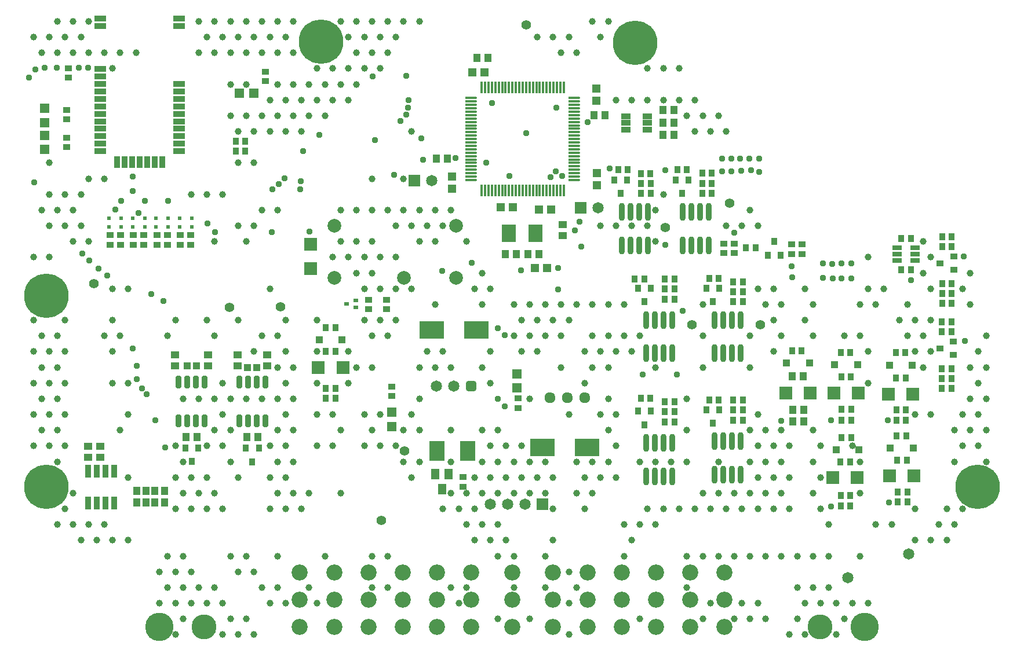
<source format=gbr>
G04*
G04 #@! TF.GenerationSoftware,Altium Limited,Altium Designer,23.2.1 (34)*
G04*
G04 Layer_Color=8388736*
%FSLAX25Y25*%
%MOIN*%
G70*
G04*
G04 #@! TF.SameCoordinates,91C23CEB-00FB-43FC-9C52-439D6A026708*
G04*
G04*
G04 #@! TF.FilePolarity,Negative*
G04*
G01*
G75*
%ADD51R,0.05324X0.05324*%
%ADD52R,0.04143X0.03750*%
%ADD53R,0.02175X0.02490*%
%ADD54R,0.03750X0.04143*%
%ADD55R,0.03750X0.04143*%
%ADD56R,0.14379X0.10443*%
%ADD57R,0.04931X0.04931*%
%ADD58O,0.01584X0.06702*%
%ADD59R,0.05324X0.05324*%
%ADD60R,0.06500X0.03400*%
%ADD61R,0.03400X0.06500*%
%ADD62R,0.09104X0.11624*%
%ADD63R,0.04537X0.06112*%
%ADD64O,0.03356X0.10443*%
%ADD65R,0.02600X0.02002*%
%ADD66O,0.06702X0.01584*%
%ADD67R,0.04143X0.04537*%
%ADD68R,0.07293X0.07214*%
%ADD69R,0.03947X0.03947*%
%ADD70R,0.07214X0.07293*%
%ADD71R,0.03947X0.04340*%
%ADD72R,0.04931X0.04931*%
%ADD73R,0.04537X0.04143*%
%ADD74R,0.03435X0.07608*%
%ADD75R,0.05324X0.03356*%
%ADD76R,0.08474X0.10049*%
G04:AMPARAMS|DCode=77|XSize=31.59mil|YSize=70.96mil|CornerRadius=4.92mil|HoleSize=0mil|Usage=FLASHONLY|Rotation=0.000|XOffset=0mil|YOffset=0mil|HoleType=Round|Shape=RoundedRectangle|*
%AMROUNDEDRECTD77*
21,1,0.03159,0.06112,0,0,0.0*
21,1,0.02175,0.07096,0,0,0.0*
1,1,0.00984,0.01088,-0.03056*
1,1,0.00984,-0.01088,-0.03056*
1,1,0.00984,-0.01088,0.03056*
1,1,0.00984,0.01088,0.03056*
%
%ADD77ROUNDEDRECTD77*%
%ADD78R,0.05403X0.03041*%
%ADD79R,0.04143X0.03750*%
%ADD80R,0.06506X0.06506*%
%ADD81C,0.06506*%
G04:AMPARAMS|DCode=82|XSize=61.12mil|YSize=61.12mil|CornerRadius=16.78mil|HoleSize=0mil|Usage=FLASHONLY|Rotation=180.000|XOffset=0mil|YOffset=0mil|HoleType=Round|Shape=RoundedRectangle|*
%AMROUNDEDRECTD82*
21,1,0.06112,0.02756,0,0,180.0*
21,1,0.02756,0.06112,0,0,180.0*
1,1,0.03356,-0.01378,0.01378*
1,1,0.03356,0.01378,0.01378*
1,1,0.03356,0.01378,-0.01378*
1,1,0.03356,-0.01378,-0.01378*
%
%ADD82ROUNDEDRECTD82*%
%ADD83C,0.07900*%
%ADD84C,0.09261*%
%ADD85C,0.03700*%
%ADD86C,0.03900*%
%ADD87C,0.05600*%
%ADD88C,0.25600*%
%ADD89C,0.16348*%
%ADD90C,0.14379*%
G36*
X632000Y386873D02*
X632809Y386980D01*
X633563Y387292D01*
X634211Y387789D01*
X634708Y388437D01*
X635020Y389191D01*
X635127Y390000D01*
X635020Y390809D01*
X634708Y391563D01*
X634211Y392211D01*
X633563Y392708D01*
X632809Y393020D01*
X632000Y393127D01*
D01*
X631191Y393020D01*
X630437Y392708D01*
X629789Y392211D01*
X629292Y391563D01*
X628980Y390809D01*
X628873Y390000D01*
X628980Y389191D01*
X629292Y388437D01*
X629789Y387789D01*
X630437Y387292D01*
X631191Y386980D01*
X632000Y386873D01*
D01*
D02*
G37*
G36*
X642000D02*
X642809Y386980D01*
X643563Y387292D01*
X644211Y387789D01*
X644708Y388437D01*
X645020Y389191D01*
X645127Y390000D01*
X645020Y390809D01*
X644708Y391563D01*
X644211Y392211D01*
X643563Y392708D01*
X642809Y393020D01*
X642000Y393127D01*
D01*
X641191Y393020D01*
X640437Y392708D01*
X639789Y392211D01*
X639292Y391563D01*
X638980Y390809D01*
X638873Y390000D01*
X638980Y389191D01*
X639292Y388437D01*
X639789Y387789D01*
X640437Y387292D01*
X641191Y386980D01*
X642000Y386873D01*
D01*
D02*
G37*
G36*
X652000D02*
X652809Y386980D01*
X653563Y387292D01*
X654211Y387789D01*
X654708Y388437D01*
X655020Y389191D01*
X655127Y390000D01*
X655020Y390809D01*
X654708Y391563D01*
X654211Y392211D01*
X653563Y392708D01*
X652809Y393020D01*
X652000Y393127D01*
D01*
X651191Y393020D01*
X650437Y392708D01*
X649789Y392211D01*
X649292Y391563D01*
X648980Y390809D01*
X648873Y390000D01*
X648980Y389191D01*
X649292Y388437D01*
X649789Y387789D01*
X650437Y387292D01*
X651191Y386980D01*
X652000Y386873D01*
D01*
D02*
G37*
D51*
X341385Y556634D02*
D03*
Y548366D02*
D03*
X612992Y403855D02*
D03*
Y395588D02*
D03*
X341500Y541134D02*
D03*
Y532866D02*
D03*
X541142Y381755D02*
D03*
Y373487D02*
D03*
D52*
X398500Y483658D02*
D03*
Y478146D02*
D03*
X392500Y483658D02*
D03*
Y478146D02*
D03*
X379000Y483658D02*
D03*
Y478146D02*
D03*
X385000Y483658D02*
D03*
Y478146D02*
D03*
X777000Y478256D02*
D03*
Y472744D02*
D03*
X738000Y473244D02*
D03*
Y478756D02*
D03*
X732000Y478756D02*
D03*
Y473244D02*
D03*
X771000Y478256D02*
D03*
Y472744D02*
D03*
X354000Y555756D02*
D03*
Y550244D02*
D03*
X613796Y389567D02*
D03*
Y384055D02*
D03*
X406000Y478146D02*
D03*
Y483658D02*
D03*
X412000Y478146D02*
D03*
Y483658D02*
D03*
X425500Y478146D02*
D03*
Y483658D02*
D03*
X419500Y478146D02*
D03*
Y483658D02*
D03*
X354000Y539756D02*
D03*
Y534244D02*
D03*
X355000Y579756D02*
D03*
Y574244D02*
D03*
X468500Y577756D02*
D03*
Y572244D02*
D03*
X582103Y338779D02*
D03*
Y344291D02*
D03*
X541142Y396457D02*
D03*
Y390945D02*
D03*
X538189Y446457D02*
D03*
Y440945D02*
D03*
X527559Y446457D02*
D03*
Y440945D02*
D03*
D53*
X392000Y488303D02*
D03*
Y493500D02*
D03*
X399000D02*
D03*
Y488303D02*
D03*
X419000D02*
D03*
Y493500D02*
D03*
X378500Y488303D02*
D03*
Y493500D02*
D03*
X385500D02*
D03*
Y488303D02*
D03*
X405500D02*
D03*
Y493500D02*
D03*
X412500Y488303D02*
D03*
Y493500D02*
D03*
X426000Y488303D02*
D03*
Y493500D02*
D03*
D54*
X761000Y479937D02*
D03*
X764740Y472063D02*
D03*
X757260D02*
D03*
X676353Y515500D02*
D03*
X668873D02*
D03*
X672613Y507626D02*
D03*
X711740Y515437D02*
D03*
X704260D02*
D03*
X708000Y507563D02*
D03*
X422227Y361170D02*
D03*
X429708D02*
D03*
X457103Y361007D02*
D03*
X464584D02*
D03*
X425968Y353296D02*
D03*
X460844Y353133D02*
D03*
X686401Y445194D02*
D03*
X682660Y453068D02*
D03*
X690141D02*
D03*
X686401Y374328D02*
D03*
X682660Y382202D02*
D03*
X690141D02*
D03*
X725771Y375312D02*
D03*
X722030Y383186D02*
D03*
X729511D02*
D03*
X725771Y445194D02*
D03*
X722030Y453068D02*
D03*
X729511D02*
D03*
D55*
X750256Y476500D02*
D03*
X744744D02*
D03*
X456756Y537725D02*
D03*
X451244D02*
D03*
X684244Y519000D02*
D03*
X689756D02*
D03*
X689883Y513275D02*
D03*
X684371D02*
D03*
X689883Y507549D02*
D03*
X684371D02*
D03*
X710756Y521500D02*
D03*
X705244D02*
D03*
X719631Y519500D02*
D03*
X725143D02*
D03*
Y513500D02*
D03*
X719631D02*
D03*
X725143Y507595D02*
D03*
X719631D02*
D03*
X676756Y521500D02*
D03*
X671244D02*
D03*
X680709Y458268D02*
D03*
X686221D02*
D03*
X503150Y389617D02*
D03*
X508661D02*
D03*
Y416584D02*
D03*
X503150D02*
D03*
X508661Y395523D02*
D03*
X503150D02*
D03*
X508661Y430397D02*
D03*
X503150D02*
D03*
X836417Y415945D02*
D03*
X830906D02*
D03*
X836614Y401378D02*
D03*
X831102D02*
D03*
X836811Y382874D02*
D03*
X831299D02*
D03*
X836811Y376969D02*
D03*
X831299D02*
D03*
X837008Y368110D02*
D03*
X831496D02*
D03*
X831693Y354134D02*
D03*
X837205D02*
D03*
X804724Y416142D02*
D03*
X799213D02*
D03*
X805118Y401968D02*
D03*
X799606D02*
D03*
X805315Y383268D02*
D03*
X799803D02*
D03*
X805315Y376969D02*
D03*
X799803D02*
D03*
X805315Y367126D02*
D03*
X799803D02*
D03*
X804527Y353150D02*
D03*
X799016D02*
D03*
X776772Y417011D02*
D03*
X771260D02*
D03*
X837598Y335827D02*
D03*
X832087D02*
D03*
X837598Y329921D02*
D03*
X832087D02*
D03*
X804724Y333661D02*
D03*
X799213D02*
D03*
X804724Y327559D02*
D03*
X799213D02*
D03*
X703543Y458481D02*
D03*
X698032D02*
D03*
X698032Y452756D02*
D03*
X703543D02*
D03*
X698032Y446850D02*
D03*
X703543D02*
D03*
Y387615D02*
D03*
X698032D02*
D03*
X698032Y381890D02*
D03*
X703543D02*
D03*
X698032Y375984D02*
D03*
X703543D02*
D03*
X742913Y388599D02*
D03*
X737402D02*
D03*
X737402Y382874D02*
D03*
X742913D02*
D03*
X737402Y376969D02*
D03*
X742913D02*
D03*
Y456743D02*
D03*
X737402D02*
D03*
X737402Y451018D02*
D03*
X742913D02*
D03*
X737402Y445292D02*
D03*
X742913D02*
D03*
X839567Y481710D02*
D03*
X834055D02*
D03*
X839567Y463566D02*
D03*
X834055D02*
D03*
X857480Y395225D02*
D03*
X862992D02*
D03*
X862992Y400951D02*
D03*
X857480D02*
D03*
X857480Y406676D02*
D03*
X862992D02*
D03*
X857480Y428107D02*
D03*
X862992D02*
D03*
X857480Y433833D02*
D03*
X862992D02*
D03*
X857677Y444241D02*
D03*
X863189D02*
D03*
X863189Y449966D02*
D03*
X857677D02*
D03*
X857677Y455692D02*
D03*
X863189D02*
D03*
X857677Y477123D02*
D03*
X863189D02*
D03*
X857677Y482848D02*
D03*
X863189D02*
D03*
X456756Y532000D02*
D03*
X451244D02*
D03*
X729134Y458695D02*
D03*
X723622D02*
D03*
X729134Y388813D02*
D03*
X723622D02*
D03*
X689764Y389764D02*
D03*
X684252D02*
D03*
D56*
X653346Y361221D02*
D03*
X627756D02*
D03*
X589567Y429134D02*
D03*
X563976D02*
D03*
D57*
X659055Y519291D02*
D03*
Y512205D02*
D03*
X575787Y517520D02*
D03*
Y510433D02*
D03*
X658661Y561040D02*
D03*
Y568127D02*
D03*
D58*
X626181Y568602D02*
D03*
X624213D02*
D03*
X620276D02*
D03*
X618307D02*
D03*
X592717Y509350D02*
D03*
X594685D02*
D03*
X596654D02*
D03*
X598622D02*
D03*
X600591D02*
D03*
X602559D02*
D03*
X604528D02*
D03*
X606496D02*
D03*
X608465D02*
D03*
X610433D02*
D03*
X612402D02*
D03*
X614370D02*
D03*
X616339D02*
D03*
X618307D02*
D03*
X620276D02*
D03*
X622244D02*
D03*
X624213D02*
D03*
X626181D02*
D03*
X628150D02*
D03*
X630118D02*
D03*
X632087D02*
D03*
X634055D02*
D03*
X636024D02*
D03*
X637992D02*
D03*
X639961D02*
D03*
Y568602D02*
D03*
X637992D02*
D03*
X636024D02*
D03*
X634055D02*
D03*
X632087D02*
D03*
X630118D02*
D03*
X628150D02*
D03*
X622244D02*
D03*
X616339D02*
D03*
X614370D02*
D03*
X612402D02*
D03*
X610433D02*
D03*
X608465D02*
D03*
X606496D02*
D03*
X604528D02*
D03*
X602559D02*
D03*
X600591D02*
D03*
X598622D02*
D03*
X596654D02*
D03*
X594685D02*
D03*
X592717D02*
D03*
D59*
X453366Y565500D02*
D03*
X461634D02*
D03*
D60*
X418780Y531870D02*
D03*
Y536200D02*
D03*
X373500D02*
D03*
Y531870D02*
D03*
X418780Y544860D02*
D03*
Y540530D02*
D03*
X373500D02*
D03*
Y544860D02*
D03*
X418780Y553520D02*
D03*
Y549190D02*
D03*
X373500D02*
D03*
Y553520D02*
D03*
X418780Y562180D02*
D03*
Y557850D02*
D03*
X373500D02*
D03*
Y562180D02*
D03*
Y566510D02*
D03*
X418780D02*
D03*
X373500Y570840D02*
D03*
X418780D02*
D03*
X373500Y579500D02*
D03*
Y575170D02*
D03*
X418780Y608240D02*
D03*
Y603910D02*
D03*
X373500D02*
D03*
Y608240D02*
D03*
D61*
X409130Y525755D02*
D03*
X404800D02*
D03*
X400470D02*
D03*
X396140D02*
D03*
X391810D02*
D03*
X387480D02*
D03*
X383150D02*
D03*
D62*
X584547Y359252D02*
D03*
X567028D02*
D03*
D63*
X573622Y345866D02*
D03*
X569882Y337205D02*
D03*
X566142Y345866D02*
D03*
D64*
X673500Y477808D02*
D03*
X678500D02*
D03*
X683500D02*
D03*
X688500D02*
D03*
X673500Y497099D02*
D03*
X678500D02*
D03*
X683500D02*
D03*
X688500D02*
D03*
X708500Y477854D02*
D03*
X713500D02*
D03*
X718500D02*
D03*
X723500D02*
D03*
X708500Y497146D02*
D03*
X713500D02*
D03*
X718500D02*
D03*
X723500D02*
D03*
X702382Y434842D02*
D03*
X697382D02*
D03*
X692382D02*
D03*
X687382D02*
D03*
X702382Y415551D02*
D03*
X697382D02*
D03*
X692382D02*
D03*
X687382D02*
D03*
X702382Y363976D02*
D03*
X697382D02*
D03*
X692382D02*
D03*
X687382D02*
D03*
X702382Y344685D02*
D03*
X697382D02*
D03*
X692382D02*
D03*
X687382D02*
D03*
X741752Y364961D02*
D03*
X736752D02*
D03*
X731752D02*
D03*
X726752D02*
D03*
X741752Y345669D02*
D03*
X736752D02*
D03*
X731752D02*
D03*
X726752D02*
D03*
X741752Y434842D02*
D03*
X736752D02*
D03*
X731752D02*
D03*
X726752D02*
D03*
X741752Y415551D02*
D03*
X736752D02*
D03*
X731752D02*
D03*
X726752D02*
D03*
D65*
X520266Y442126D02*
D03*
Y446063D02*
D03*
X515167Y444095D02*
D03*
D66*
X645965Y515354D02*
D03*
Y517323D02*
D03*
Y519291D02*
D03*
Y521260D02*
D03*
Y523228D02*
D03*
Y525197D02*
D03*
Y527165D02*
D03*
Y529134D02*
D03*
Y531102D02*
D03*
Y533071D02*
D03*
Y535039D02*
D03*
Y537008D02*
D03*
Y538976D02*
D03*
Y540945D02*
D03*
Y542913D02*
D03*
Y544882D02*
D03*
Y546850D02*
D03*
Y548819D02*
D03*
Y550787D02*
D03*
Y552756D02*
D03*
Y554724D02*
D03*
Y556693D02*
D03*
Y558661D02*
D03*
Y560630D02*
D03*
Y562598D02*
D03*
X586713D02*
D03*
Y560630D02*
D03*
Y558661D02*
D03*
Y556693D02*
D03*
Y554724D02*
D03*
Y552756D02*
D03*
Y550787D02*
D03*
Y548819D02*
D03*
Y546850D02*
D03*
Y544882D02*
D03*
Y542913D02*
D03*
Y540945D02*
D03*
Y538976D02*
D03*
Y537008D02*
D03*
Y535039D02*
D03*
Y533071D02*
D03*
Y531102D02*
D03*
Y529134D02*
D03*
Y527165D02*
D03*
Y525197D02*
D03*
Y523228D02*
D03*
Y521260D02*
D03*
Y519291D02*
D03*
Y517323D02*
D03*
Y515354D02*
D03*
D67*
X566732Y527559D02*
D03*
X573032D02*
D03*
X410236Y336417D02*
D03*
Y329724D02*
D03*
X590158Y585663D02*
D03*
X596457D02*
D03*
X663583Y552756D02*
D03*
X657283D02*
D03*
X777756Y402509D02*
D03*
X771457D02*
D03*
X771654Y382874D02*
D03*
X777953D02*
D03*
X771654Y376378D02*
D03*
X777953D02*
D03*
X625591Y472835D02*
D03*
X619291D02*
D03*
X606283D02*
D03*
X612582D02*
D03*
X429117Y367486D02*
D03*
X422818D02*
D03*
X703346Y555545D02*
D03*
X697047D02*
D03*
Y548442D02*
D03*
X703346D02*
D03*
Y541339D02*
D03*
X697047D02*
D03*
X457694Y367323D02*
D03*
X463993D02*
D03*
X399606Y329724D02*
D03*
Y336417D02*
D03*
X404751Y329724D02*
D03*
Y336417D02*
D03*
X394462Y329724D02*
D03*
Y336417D02*
D03*
D68*
X512953Y407480D02*
D03*
X498858D02*
D03*
X840709Y392126D02*
D03*
X826614D02*
D03*
X841496Y344882D02*
D03*
X827402D02*
D03*
X809409Y392717D02*
D03*
X795315D02*
D03*
X808819Y343898D02*
D03*
X794724D02*
D03*
X781653Y392717D02*
D03*
X767559D02*
D03*
D69*
X499311Y423490D02*
D03*
X512500D02*
D03*
X827264Y408661D02*
D03*
X840453D02*
D03*
X827854Y361040D02*
D03*
X841043D02*
D03*
X795768Y408875D02*
D03*
X808957D02*
D03*
X796555Y360056D02*
D03*
X809744D02*
D03*
X768012Y410104D02*
D03*
X781201D02*
D03*
D70*
X494488Y464213D02*
D03*
Y478307D02*
D03*
D71*
X463501Y407514D02*
D03*
X458186D02*
D03*
X423310Y408465D02*
D03*
X428625D02*
D03*
D72*
X594291Y577379D02*
D03*
X587205D02*
D03*
X625591Y498228D02*
D03*
X632677D02*
D03*
X610827Y499803D02*
D03*
X603740D02*
D03*
X630315Y464550D02*
D03*
X623228D02*
D03*
D73*
X366339Y361946D02*
D03*
Y355647D02*
D03*
X639370Y483465D02*
D03*
Y489764D02*
D03*
X373443Y361946D02*
D03*
Y355647D02*
D03*
X435433Y414567D02*
D03*
Y408268D02*
D03*
X416502Y414567D02*
D03*
Y408268D02*
D03*
X452362D02*
D03*
Y414567D02*
D03*
X469325Y408268D02*
D03*
Y414567D02*
D03*
D74*
X381516Y347795D02*
D03*
X376516D02*
D03*
X371516D02*
D03*
X366516D02*
D03*
X381516Y329370D02*
D03*
X376516D02*
D03*
X371516D02*
D03*
X366516D02*
D03*
D75*
X675591Y548228D02*
D03*
Y544291D02*
D03*
Y552165D02*
D03*
X688189D02*
D03*
Y544291D02*
D03*
Y548228D02*
D03*
D76*
X623622Y484646D02*
D03*
X608268D02*
D03*
D77*
X418468Y376853D02*
D03*
X423467D02*
D03*
X428468D02*
D03*
X433467D02*
D03*
X418468Y399097D02*
D03*
X423467D02*
D03*
X428468D02*
D03*
X433467D02*
D03*
X468343Y398934D02*
D03*
X463343D02*
D03*
X458344D02*
D03*
X453343D02*
D03*
X468343Y376690D02*
D03*
X463343D02*
D03*
X458344D02*
D03*
X453343D02*
D03*
D78*
X842126Y476378D02*
D03*
Y472638D02*
D03*
Y468898D02*
D03*
X831811D02*
D03*
Y472638D02*
D03*
Y476378D02*
D03*
D79*
X856299Y418504D02*
D03*
X864173Y422244D02*
D03*
Y414764D02*
D03*
X856496Y467520D02*
D03*
X864370Y471260D02*
D03*
Y463779D02*
D03*
D80*
X627716Y328740D02*
D03*
X553976Y514961D02*
D03*
X649803Y499409D02*
D03*
D81*
X617717Y328740D02*
D03*
X607717D02*
D03*
X597717D02*
D03*
X576772Y396732D02*
D03*
X566772D02*
D03*
X563976Y514961D02*
D03*
X659803Y499409D02*
D03*
X838500Y300000D02*
D03*
X803500Y286500D02*
D03*
D82*
X586772Y396732D02*
D03*
D83*
X508032Y459055D02*
D03*
X548032D02*
D03*
X578031D02*
D03*
Y489055D02*
D03*
X508032D02*
D03*
D84*
X488189Y257874D02*
D03*
Y273622D02*
D03*
Y289370D02*
D03*
X507874Y257874D02*
D03*
X527559D02*
D03*
Y273622D02*
D03*
Y289370D02*
D03*
X547244Y257874D02*
D03*
Y273622D02*
D03*
Y289370D02*
D03*
X566929Y257874D02*
D03*
Y273622D02*
D03*
Y289370D02*
D03*
X586614Y257874D02*
D03*
Y273622D02*
D03*
Y289370D02*
D03*
X610236Y257874D02*
D03*
Y273622D02*
D03*
Y289370D02*
D03*
X633858Y257874D02*
D03*
Y273622D02*
D03*
Y289370D02*
D03*
X653543Y257874D02*
D03*
Y273622D02*
D03*
Y289370D02*
D03*
X673228Y257874D02*
D03*
Y273622D02*
D03*
Y289370D02*
D03*
X692913Y257874D02*
D03*
Y273622D02*
D03*
Y289370D02*
D03*
X712598Y257874D02*
D03*
Y273622D02*
D03*
Y289370D02*
D03*
X732283Y257874D02*
D03*
Y273622D02*
D03*
Y289370D02*
D03*
X507874D02*
D03*
Y273622D02*
D03*
D85*
X382000Y498500D02*
D03*
X439500Y485500D02*
D03*
X435000Y490500D02*
D03*
X395500Y496500D02*
D03*
X412500Y503500D02*
D03*
X399000D02*
D03*
X385500D02*
D03*
X335500Y514000D02*
D03*
X363000Y473000D02*
D03*
X367000Y469000D02*
D03*
X372500Y464500D02*
D03*
X377500Y460500D02*
D03*
X742074Y520815D02*
D03*
X747830Y521059D02*
D03*
X752362Y520079D02*
D03*
X738000Y485000D02*
D03*
X490000Y532000D02*
D03*
X499500Y541500D02*
D03*
X392000Y517500D02*
D03*
Y509000D02*
D03*
X476000Y513000D02*
D03*
X488734Y514766D02*
D03*
X606000Y426000D02*
D03*
X602000Y430000D02*
D03*
X550750Y561206D02*
D03*
X550500Y557000D02*
D03*
X479500Y516500D02*
D03*
X488500Y510000D02*
D03*
X549500Y553000D02*
D03*
X546000Y549500D02*
D03*
X549500Y575500D02*
D03*
X531500Y538500D02*
D03*
X558000Y539500D02*
D03*
X530000Y575000D02*
D03*
X472253Y509861D02*
D03*
X685433Y403250D02*
D03*
X705118D02*
D03*
X336000Y579000D02*
D03*
X332500Y574500D02*
D03*
X341500Y580000D02*
D03*
X348500D02*
D03*
X472185Y485296D02*
D03*
X542500Y518500D02*
D03*
X366500Y580000D02*
D03*
X361000D02*
D03*
X606000Y385000D02*
D03*
X615500Y463500D02*
D03*
X602000Y389500D02*
D03*
X650000Y477000D02*
D03*
X698500Y478000D02*
D03*
X708268Y440158D02*
D03*
X698500Y521000D02*
D03*
X646500Y486500D02*
D03*
X649000Y491500D02*
D03*
X666500Y522000D02*
D03*
X741339Y527750D02*
D03*
X746850D02*
D03*
X752362D02*
D03*
X736221D02*
D03*
X731000D02*
D03*
Y520478D02*
D03*
X736221Y520472D02*
D03*
X570079Y462992D02*
D03*
X587008Y467717D02*
D03*
X764961Y376772D02*
D03*
X653543Y548819D02*
D03*
X397244Y395276D02*
D03*
X394488Y400787D02*
D03*
X409842Y445669D02*
D03*
X392126Y418504D02*
D03*
X394488Y408268D02*
D03*
X400000Y392126D02*
D03*
X405118Y377165D02*
D03*
X410630Y361417D02*
D03*
X402559Y449803D02*
D03*
X826378Y377165D02*
D03*
X870669Y422638D02*
D03*
X559055Y527165D02*
D03*
X638976Y517717D02*
D03*
X635827Y557087D02*
D03*
X598819Y559842D02*
D03*
X595276Y525197D02*
D03*
X608661Y517717D02*
D03*
X632283Y516929D02*
D03*
X635433Y520472D02*
D03*
X618504Y542520D02*
D03*
X493696Y485822D02*
D03*
X577756Y527953D02*
D03*
X805315Y467323D02*
D03*
Y458661D02*
D03*
X799803Y467323D02*
D03*
Y458661D02*
D03*
X794488Y467126D02*
D03*
X794685Y458858D02*
D03*
X789173Y467323D02*
D03*
Y459055D02*
D03*
X636811Y452362D02*
D03*
Y464764D02*
D03*
X771063Y465748D02*
D03*
X771260Y459252D02*
D03*
X839764Y457677D02*
D03*
X826968Y329724D02*
D03*
X793701Y327362D02*
D03*
Y376969D02*
D03*
X870079Y471457D02*
D03*
D86*
X452756Y488976D02*
D03*
X810433Y298819D02*
D03*
X792323Y280709D02*
D03*
X783268Y298819D02*
D03*
X774213D02*
D03*
X882874Y425591D02*
D03*
X878347Y416536D02*
D03*
X882874Y407480D02*
D03*
X878347Y398425D02*
D03*
X882874Y389370D02*
D03*
X878347Y380315D02*
D03*
X882874Y371260D02*
D03*
X878347Y362205D02*
D03*
X882874Y353150D02*
D03*
X873819Y461811D02*
D03*
X869291Y452756D02*
D03*
X873819Y443701D02*
D03*
Y407480D02*
D03*
Y389370D02*
D03*
X869291Y380315D02*
D03*
X873819Y371260D02*
D03*
X869291Y362205D02*
D03*
Y325984D02*
D03*
X864764Y371260D02*
D03*
Y353150D02*
D03*
X860236Y325984D02*
D03*
X864764Y316929D02*
D03*
X860236Y307874D02*
D03*
X851181Y470866D02*
D03*
Y452756D02*
D03*
Y434646D02*
D03*
Y416536D02*
D03*
Y380315D02*
D03*
X855709Y316929D02*
D03*
X851181Y307874D02*
D03*
X846654Y479921D02*
D03*
Y461811D02*
D03*
X842126Y434646D02*
D03*
X846654Y425591D02*
D03*
X842126Y416536D02*
D03*
X846654Y407480D02*
D03*
X842126Y380315D02*
D03*
Y325984D02*
D03*
Y307874D02*
D03*
X837599Y443701D02*
D03*
X833071Y434646D02*
D03*
X837599Y425591D02*
D03*
X824016Y452756D02*
D03*
X828543Y316929D02*
D03*
X814961Y470866D02*
D03*
Y452756D02*
D03*
X819488Y443701D02*
D03*
X814961Y416536D02*
D03*
Y398425D02*
D03*
X819488Y316929D02*
D03*
X814961Y271654D02*
D03*
X810433Y443701D02*
D03*
Y425591D02*
D03*
X805906Y362205D02*
D03*
X810433Y353150D02*
D03*
Y335039D02*
D03*
X805906Y271654D02*
D03*
X801378Y425591D02*
D03*
X796851Y271654D02*
D03*
X801378Y262598D02*
D03*
X796851Y253543D02*
D03*
X787795Y362205D02*
D03*
Y344095D02*
D03*
Y325984D02*
D03*
X792323Y316929D02*
D03*
Y298819D02*
D03*
X787795Y271654D02*
D03*
X778740Y452756D02*
D03*
X783268Y443701D02*
D03*
X778740Y434646D02*
D03*
X783268Y425591D02*
D03*
Y371260D02*
D03*
Y353150D02*
D03*
Y335039D02*
D03*
Y280709D02*
D03*
X778740Y271654D02*
D03*
Y253543D02*
D03*
X769685Y362205D02*
D03*
Y344095D02*
D03*
Y325984D02*
D03*
X774213Y280709D02*
D03*
Y262598D02*
D03*
X769685Y253543D02*
D03*
X760630Y452756D02*
D03*
X765158Y443701D02*
D03*
X760630Y434646D02*
D03*
X765158Y425591D02*
D03*
X760630Y416536D02*
D03*
X765158Y371260D02*
D03*
X760630Y362205D02*
D03*
X765158Y353150D02*
D03*
X760630Y344095D02*
D03*
X765158Y335039D02*
D03*
X760630Y325984D02*
D03*
X765158Y298819D02*
D03*
X751575Y488976D02*
D03*
Y452756D02*
D03*
X756103Y443701D02*
D03*
X751575Y380315D02*
D03*
X756103Y371260D02*
D03*
X751575Y362205D02*
D03*
X756103Y353150D02*
D03*
X751575Y344095D02*
D03*
X756103Y335039D02*
D03*
X751575Y325984D02*
D03*
X756103Y298819D02*
D03*
X751575Y271654D02*
D03*
X756103Y262598D02*
D03*
X747047Y498032D02*
D03*
X742520Y488976D02*
D03*
X747047Y425591D02*
D03*
Y407480D02*
D03*
Y371260D02*
D03*
Y353150D02*
D03*
Y335039D02*
D03*
X742520Y325984D02*
D03*
X747047Y298819D02*
D03*
X742520Y271654D02*
D03*
X747047Y262598D02*
D03*
X733465Y543307D02*
D03*
Y488976D02*
D03*
X737992Y335039D02*
D03*
X733465Y325984D02*
D03*
X737992Y298819D02*
D03*
Y262598D02*
D03*
X728937Y552362D02*
D03*
X724410Y543307D02*
D03*
X728937Y353150D02*
D03*
Y335039D02*
D03*
X724410Y325984D02*
D03*
X728937Y298819D02*
D03*
X724410Y271654D02*
D03*
X715354Y561417D02*
D03*
X719882Y552362D02*
D03*
X715354Y543307D02*
D03*
X719882Y443701D02*
D03*
Y425591D02*
D03*
Y407480D02*
D03*
Y335039D02*
D03*
X715354Y325984D02*
D03*
X719882Y298819D02*
D03*
Y262598D02*
D03*
X706299Y579528D02*
D03*
Y561417D02*
D03*
X710827Y552362D02*
D03*
Y389370D02*
D03*
Y371260D02*
D03*
Y353150D02*
D03*
X706299Y325984D02*
D03*
X710827Y298819D02*
D03*
Y280709D02*
D03*
X697244Y579528D02*
D03*
Y561417D02*
D03*
Y507087D02*
D03*
X701772Y353150D02*
D03*
X697244Y325984D02*
D03*
X688189Y579528D02*
D03*
Y561417D02*
D03*
X692717Y498032D02*
D03*
X688189Y488976D02*
D03*
X692717Y479921D02*
D03*
Y407480D02*
D03*
Y353150D02*
D03*
X688189Y325984D02*
D03*
X692717Y316929D02*
D03*
X679134Y561417D02*
D03*
Y488976D02*
D03*
X683662Y425591D02*
D03*
X679134Y416536D02*
D03*
X683662Y353150D02*
D03*
Y316929D02*
D03*
X679134Y307874D02*
D03*
X683662Y262598D02*
D03*
X670079Y561417D02*
D03*
Y488976D02*
D03*
X674606Y443701D02*
D03*
Y425591D02*
D03*
X670079Y416536D02*
D03*
Y380315D02*
D03*
Y362205D02*
D03*
Y344095D02*
D03*
X674606Y316929D02*
D03*
Y298819D02*
D03*
X665551Y606693D02*
D03*
X661024Y597638D02*
D03*
Y488976D02*
D03*
X665551Y443701D02*
D03*
Y425591D02*
D03*
X661024Y416536D02*
D03*
X665551Y407480D02*
D03*
Y389370D02*
D03*
X661024Y380315D02*
D03*
X665551Y371260D02*
D03*
Y353150D02*
D03*
X661024Y344095D02*
D03*
X656496Y606693D02*
D03*
Y443701D02*
D03*
Y425591D02*
D03*
X651969Y416536D02*
D03*
X656496Y407480D02*
D03*
X651969Y398425D02*
D03*
X656496Y353150D02*
D03*
X651969Y344095D02*
D03*
X656496Y335039D02*
D03*
X651969Y325984D02*
D03*
X642913Y597638D02*
D03*
X647441Y588583D02*
D03*
Y443701D02*
D03*
X642913Y434646D02*
D03*
Y380315D02*
D03*
X647441Y353150D02*
D03*
Y335039D02*
D03*
X642913Y289764D02*
D03*
X647441Y280709D02*
D03*
X642913Y271654D02*
D03*
Y253543D02*
D03*
X633858Y597638D02*
D03*
X638386Y588583D02*
D03*
Y443701D02*
D03*
X633858Y434646D02*
D03*
X638386Y425591D02*
D03*
Y407480D02*
D03*
X633858Y344095D02*
D03*
Y325984D02*
D03*
Y307874D02*
D03*
X624803Y597638D02*
D03*
X629331Y443701D02*
D03*
X624803Y434646D02*
D03*
X629331Y425591D02*
D03*
X624803Y416536D02*
D03*
X629331Y353150D02*
D03*
X624803Y344095D02*
D03*
X629331Y335039D02*
D03*
Y298819D02*
D03*
Y280709D02*
D03*
X620276Y443701D02*
D03*
X615748Y434646D02*
D03*
X620276Y425591D02*
D03*
X615748Y416536D02*
D03*
X620276Y389370D02*
D03*
X615748Y362205D02*
D03*
X620276Y353150D02*
D03*
X615748Y344095D02*
D03*
X620276Y335039D02*
D03*
Y262598D02*
D03*
X611221Y443701D02*
D03*
Y425591D02*
D03*
X606693Y362205D02*
D03*
X611221Y353150D02*
D03*
X606693Y344095D02*
D03*
X611221Y335039D02*
D03*
X606693Y307874D02*
D03*
X611221Y298819D02*
D03*
Y280709D02*
D03*
X597638Y452756D02*
D03*
Y416536D02*
D03*
Y398425D02*
D03*
X602166Y371260D02*
D03*
X597638Y362205D02*
D03*
X602166Y353150D02*
D03*
X597638Y344095D02*
D03*
X602166Y335039D02*
D03*
Y316929D02*
D03*
X597638Y307874D02*
D03*
X602166Y298819D02*
D03*
Y262598D02*
D03*
X593110Y461811D02*
D03*
X588583Y452756D02*
D03*
X593110Y443701D02*
D03*
Y407480D02*
D03*
Y371260D02*
D03*
Y353150D02*
D03*
X588583Y344095D02*
D03*
X593110Y335039D02*
D03*
X588583Y325984D02*
D03*
X593110Y316929D02*
D03*
X588583Y307874D02*
D03*
X584055Y479921D02*
D03*
Y335039D02*
D03*
X579528Y325984D02*
D03*
X584055Y316929D02*
D03*
Y280709D02*
D03*
X579528Y271654D02*
D03*
X575000Y498032D02*
D03*
X570473Y488976D02*
D03*
Y416536D02*
D03*
X575000Y407480D02*
D03*
Y371260D02*
D03*
Y353150D02*
D03*
Y335039D02*
D03*
X570473Y325984D02*
D03*
X575000Y280709D02*
D03*
X565945Y498032D02*
D03*
X561417Y488976D02*
D03*
X565945Y479921D02*
D03*
Y443701D02*
D03*
X561417Y416536D02*
D03*
X565945Y407480D02*
D03*
X556890Y606693D02*
D03*
X552362Y543307D02*
D03*
X556890Y498032D02*
D03*
X552362Y488976D02*
D03*
X556890Y479921D02*
D03*
X552362Y452756D02*
D03*
X556890Y407480D02*
D03*
Y389370D02*
D03*
X552362Y380315D02*
D03*
X556890Y371260D02*
D03*
Y353150D02*
D03*
X552362Y344095D02*
D03*
X547835Y606693D02*
D03*
X543307Y597638D02*
D03*
X547835Y516142D02*
D03*
Y498032D02*
D03*
X543307Y488976D02*
D03*
Y470866D02*
D03*
Y452756D02*
D03*
Y434646D02*
D03*
X547835Y371260D02*
D03*
X543307Y362205D02*
D03*
X547835Y353150D02*
D03*
X538780Y606693D02*
D03*
X534252Y597638D02*
D03*
X538780Y588583D02*
D03*
X534252Y579528D02*
D03*
X538780Y498032D02*
D03*
X534252Y470866D02*
D03*
Y452756D02*
D03*
Y434646D02*
D03*
X538780Y425591D02*
D03*
X534252Y380315D02*
D03*
Y362205D02*
D03*
X538780Y298819D02*
D03*
Y280709D02*
D03*
X529725Y606693D02*
D03*
X525197Y597638D02*
D03*
X529725Y588583D02*
D03*
X525197Y579528D02*
D03*
X529725Y516142D02*
D03*
Y498032D02*
D03*
Y479921D02*
D03*
X525197Y470866D02*
D03*
X529725Y461811D02*
D03*
X525197Y452756D02*
D03*
Y434646D02*
D03*
X529725Y425591D02*
D03*
Y407480D02*
D03*
X525197Y380315D02*
D03*
X529725Y371260D02*
D03*
X525197Y362205D02*
D03*
X529725Y298819D02*
D03*
Y280709D02*
D03*
X520669Y606693D02*
D03*
X516142Y597638D02*
D03*
X520669Y588583D02*
D03*
X516142Y579528D02*
D03*
X520669Y570473D02*
D03*
X516142Y561417D02*
D03*
X520669Y498032D02*
D03*
Y479921D02*
D03*
X516142Y470866D02*
D03*
X520669Y461811D02*
D03*
X516142Y416536D02*
D03*
X520669Y407480D02*
D03*
X516142Y398425D02*
D03*
X511614Y606693D02*
D03*
X507087Y579528D02*
D03*
X511614Y570473D02*
D03*
X507087Y561417D02*
D03*
X511614Y498032D02*
D03*
Y479921D02*
D03*
X507087Y470866D02*
D03*
Y380315D02*
D03*
X511614Y371260D02*
D03*
X507087Y362205D02*
D03*
X511614Y335039D02*
D03*
X498032Y579528D02*
D03*
X502559Y570473D02*
D03*
X498032Y561417D02*
D03*
X502559Y552362D02*
D03*
X498032Y434646D02*
D03*
Y416536D02*
D03*
Y398425D02*
D03*
Y380315D02*
D03*
Y362205D02*
D03*
X502559Y298819D02*
D03*
X498032Y271654D02*
D03*
X493504Y570473D02*
D03*
X488976Y561417D02*
D03*
X493504Y552362D02*
D03*
X488976Y543307D02*
D03*
X493504Y335039D02*
D03*
X488976Y325984D02*
D03*
X493504Y280709D02*
D03*
X484449Y606693D02*
D03*
X479921Y597638D02*
D03*
X484449Y588583D02*
D03*
Y570473D02*
D03*
X479921Y561417D02*
D03*
X484449Y552362D02*
D03*
X479921Y543307D02*
D03*
Y434646D02*
D03*
Y416536D02*
D03*
X484449Y407480D02*
D03*
X479921Y398425D02*
D03*
X484449Y389370D02*
D03*
X479921Y380315D02*
D03*
X484449Y371260D02*
D03*
X479921Y362205D02*
D03*
X484449Y353150D02*
D03*
X479921Y344095D02*
D03*
X484449Y335039D02*
D03*
X479921Y325984D02*
D03*
Y271654D02*
D03*
X475394Y606693D02*
D03*
X470866Y597638D02*
D03*
X475394Y588583D02*
D03*
Y570473D02*
D03*
X470866Y561417D02*
D03*
X475394Y552362D02*
D03*
X470866Y543307D02*
D03*
X475394Y498032D02*
D03*
X470866Y452756D02*
D03*
X475394Y425591D02*
D03*
Y407480D02*
D03*
Y389370D02*
D03*
Y371260D02*
D03*
X470866Y362205D02*
D03*
X475394Y353150D02*
D03*
X470866Y344095D02*
D03*
X475394Y335039D02*
D03*
X470866Y325984D02*
D03*
X475394Y298819D02*
D03*
Y280709D02*
D03*
X470866Y271654D02*
D03*
X466339Y606693D02*
D03*
X461811Y597638D02*
D03*
X466339Y588583D02*
D03*
Y552362D02*
D03*
X461811Y543307D02*
D03*
Y525197D02*
D03*
X466339Y498032D02*
D03*
X461811Y488976D02*
D03*
X466339Y425591D02*
D03*
X461811Y416536D02*
D03*
X466339Y389370D02*
D03*
X461811Y289764D02*
D03*
X466339Y280709D02*
D03*
X461811Y253543D02*
D03*
X457284Y606693D02*
D03*
X452756Y597638D02*
D03*
X457284Y588583D02*
D03*
Y570473D02*
D03*
Y552362D02*
D03*
X452756Y543307D02*
D03*
Y525197D02*
D03*
X457284Y479921D02*
D03*
X452756Y434646D02*
D03*
X457284Y389370D02*
D03*
X452756Y344095D02*
D03*
X457284Y298819D02*
D03*
X452756Y289764D02*
D03*
X457284Y262598D02*
D03*
X452756Y253543D02*
D03*
X448228Y606693D02*
D03*
X443701Y597638D02*
D03*
X448228Y588583D02*
D03*
Y570473D02*
D03*
Y552362D02*
D03*
X443701Y507087D02*
D03*
Y398425D02*
D03*
X448228Y389370D02*
D03*
X443701Y380315D02*
D03*
X448228Y371260D02*
D03*
X443701Y362205D02*
D03*
X448228Y353150D02*
D03*
X443701Y325984D02*
D03*
X448228Y298819D02*
D03*
X443701Y271654D02*
D03*
X448228Y262598D02*
D03*
X443701Y253543D02*
D03*
X439173Y606693D02*
D03*
X434646Y597638D02*
D03*
X439173Y588583D02*
D03*
X434646Y507087D02*
D03*
X439173Y479921D02*
D03*
X434646Y434646D02*
D03*
X439173Y425591D02*
D03*
Y389370D02*
D03*
Y371260D02*
D03*
X434646Y362205D02*
D03*
Y344095D02*
D03*
X439173Y335039D02*
D03*
X434646Y325984D02*
D03*
X439173Y280709D02*
D03*
X434646Y271654D02*
D03*
X430118Y606693D02*
D03*
Y588583D02*
D03*
X425591Y507087D02*
D03*
X430118Y389370D02*
D03*
X425591Y344095D02*
D03*
X430118Y335039D02*
D03*
X425591Y325984D02*
D03*
Y289764D02*
D03*
X430118Y280709D02*
D03*
X425591Y271654D02*
D03*
X416536Y434646D02*
D03*
X421063Y389370D02*
D03*
X416536Y362205D02*
D03*
X421063Y353150D02*
D03*
X416536Y344095D02*
D03*
X421063Y335039D02*
D03*
X416536Y325984D02*
D03*
X421063Y298819D02*
D03*
X416536Y289764D02*
D03*
X421063Y280709D02*
D03*
X416536Y271654D02*
D03*
X421063Y262598D02*
D03*
X416536Y253543D02*
D03*
X412008Y425591D02*
D03*
Y298819D02*
D03*
X407480Y289764D02*
D03*
X412008Y280709D02*
D03*
X407480Y271654D02*
D03*
X393898Y588583D02*
D03*
X389370Y452756D02*
D03*
Y398425D02*
D03*
Y380315D02*
D03*
Y344095D02*
D03*
Y307874D02*
D03*
X384843Y588583D02*
D03*
X380315Y579528D02*
D03*
Y452756D02*
D03*
Y434646D02*
D03*
X384843Y425591D02*
D03*
X380315Y416536D02*
D03*
Y398425D02*
D03*
X384843Y371260D02*
D03*
X380315Y307874D02*
D03*
X375787Y588583D02*
D03*
Y516142D02*
D03*
Y425591D02*
D03*
Y316929D02*
D03*
X371260Y307874D02*
D03*
X366732Y606693D02*
D03*
X362205Y597638D02*
D03*
X366732Y588583D02*
D03*
Y516142D02*
D03*
X362205Y507087D02*
D03*
Y488976D02*
D03*
X366732Y479921D02*
D03*
Y316929D02*
D03*
X362205Y307874D02*
D03*
X357677Y606693D02*
D03*
X353150Y597638D02*
D03*
X357677Y588583D02*
D03*
X353150Y507087D02*
D03*
X357677Y498032D02*
D03*
X353150Y488976D02*
D03*
X357677Y479921D02*
D03*
X353150Y434646D02*
D03*
Y416536D02*
D03*
Y398425D02*
D03*
Y380315D02*
D03*
Y362205D02*
D03*
X357677Y335039D02*
D03*
X353150Y325984D02*
D03*
X357677Y316929D02*
D03*
X348622Y606693D02*
D03*
X344095Y597638D02*
D03*
X348622Y588583D02*
D03*
X344095Y525197D02*
D03*
Y507087D02*
D03*
X348622Y498032D02*
D03*
X344095Y488976D02*
D03*
Y470866D02*
D03*
X348622Y425591D02*
D03*
X344095Y416536D02*
D03*
X348622Y407480D02*
D03*
X344095Y398425D02*
D03*
X348622Y389370D02*
D03*
X344095Y380315D02*
D03*
X348622Y371260D02*
D03*
X344095Y362205D02*
D03*
X348622Y353150D02*
D03*
Y316929D02*
D03*
X335039Y597638D02*
D03*
X339567Y588583D02*
D03*
Y498032D02*
D03*
X335039Y470866D02*
D03*
Y434646D02*
D03*
X339567Y425591D02*
D03*
X335039Y416536D02*
D03*
X339567Y407480D02*
D03*
X335039Y398425D02*
D03*
X339567Y389370D02*
D03*
X335039Y380315D02*
D03*
X339567Y371260D02*
D03*
X335039Y362205D02*
D03*
D87*
X369845Y455709D02*
D03*
X477165Y442520D02*
D03*
X735500Y502000D02*
D03*
X698500Y488000D02*
D03*
X535039Y319291D02*
D03*
X618504Y604724D02*
D03*
X447825Y441919D02*
D03*
X548228Y359252D02*
D03*
X713583Y432087D02*
D03*
X752953D02*
D03*
D88*
X342520Y448819D02*
D03*
X500500Y595000D02*
D03*
X342520Y338583D02*
D03*
X877953D02*
D03*
X681102Y594488D02*
D03*
D89*
X407480Y257874D02*
D03*
X812992D02*
D03*
D90*
X433071D02*
D03*
X787402D02*
D03*
M02*

</source>
